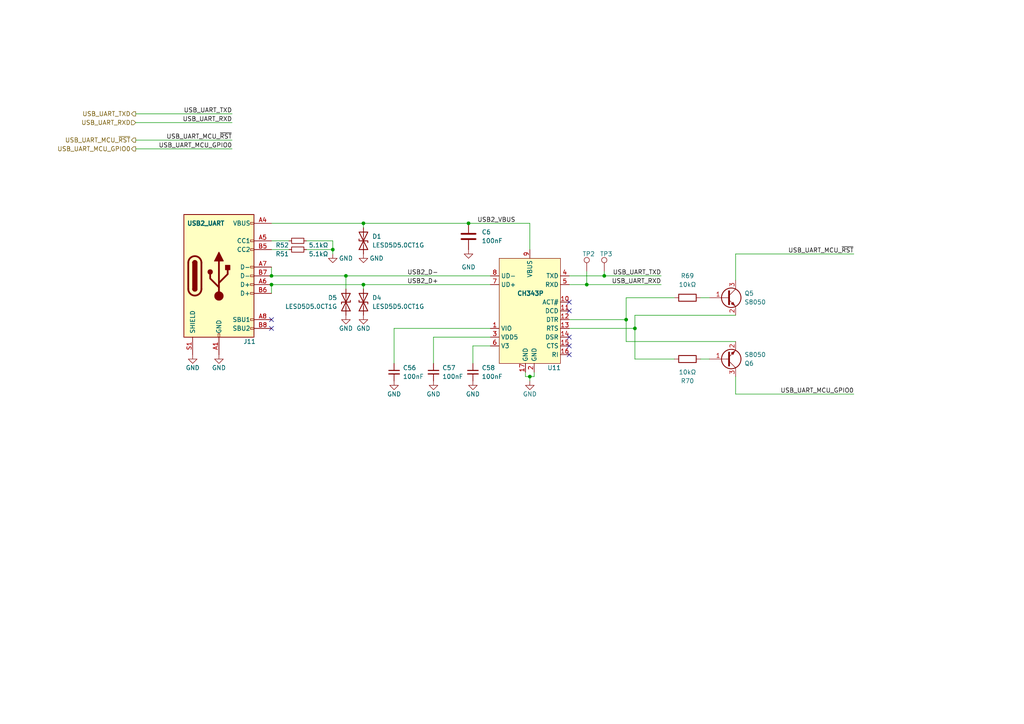
<source format=kicad_sch>
(kicad_sch (version 20230121) (generator eeschema)
  (paper "A4")
  (title_block (title "Hör Bär main") (rev "1.0") (company "Drachosaurus Designs"))
  (lib_symbols
    (symbol "Baer_Symbols:CH343P"
      (property "Reference" "U" (at 7.62 -13.97 0))
      (property "Value" "CH343P" (at 0 7.62 0))
      (symbol "CH343P_0_0"
        (pin power_in line (at -11.43 -2.54 0) (length 2.54) (name "VIO") (number "1"))
        (pin output line (at 11.43 5.08 180) (length 2.54) (name "ACT#") (number "10"))
        (pin input line (at 11.43 2.54 180) (length 2.54) (name "DCD") (number "11"))
        (pin output line (at 11.43 0 180) (length 2.54) (name "DTR") (number "12"))
        (pin output line (at 11.43 -2.54 180) (length 2.54) (name "RTS") (number "13"))
        (pin input line (at 11.43 -5.08 180) (length 2.54) (name "DSR") (number "14"))
        (pin input line (at 11.43 -7.62 180) (length 2.54) (name "CTS") (number "15"))
        (pin input line (at 11.43 -10.16 180) (length 2.54) (name "RI") (number "16"))
        (pin passive line (at -1.27 -15.24 90) (length 2.54) (name "GND") (number "17"))
        (pin passive line (at 1.27 -15.24 90) (length 2.54) (name "GND") (number "2"))
        (pin power_in line (at -11.43 -5.08 0) (length 2.54) (name "VDD5") (number "3"))
        (pin output line (at 11.43 12.7 180) (length 2.54) (name "TXD") (number "4"))
        (pin input line (at 11.43 10.16 180) (length 2.54) (name "RXD") (number "5"))
        (pin power_out line (at -11.43 -7.62 0) (length 2.54) (name "V3") (number "6"))
        (pin bidirectional line (at -11.43 10.16 0) (length 2.54) (name "UD+") (number "7"))
        (pin bidirectional line (at -11.43 12.7 0) (length 2.54) (name "UD-") (number "8"))
        (pin power_in line (at 0 20.32 270) (length 2.54) (name "VBUS") (number "9"))
      )
      (symbol "CH343P_1_1"
        (rectangle (start -8.89 17.78) (end 8.89 -12.7) (fill (type background)))
      )
    )
    (symbol "Baer_Symbols:S8050_SOT23" (pin_names (offset 0) hide)
      (property "Reference" "Q" (at 5.08 1.905 0))
      (property "Value" "S8050" (at 5.08 0 0))
      (symbol "S8050_SOT23_0_1"
        (polyline (pts (xy 0 0) (xy 0.635 0)))
        (polyline (pts (xy 0.635 0.635) (xy 2.54 2.54)))
        (polyline (pts (xy 0.635 -0.635) (xy 2.54 -2.54) (xy 2.54 -2.54)))
        (polyline (pts (xy 0.635 1.905) (xy 0.635 -1.905) (xy 0.635 -1.905)) (stroke (width 0.508)))
        (polyline (pts (xy 1.27 -1.778) (xy 1.778 -1.27) (xy 2.286 -2.286) (xy 1.27 -1.778) (xy 1.27 -1.778)) (fill (type outline)))
        (circle (center 1.27 0) (radius 2.8194) (stroke (width 0.254)))
      )
      (symbol "S8050_SOT23_1_1"
        (pin input line (at -5.08 0 0) (length 5.08) (name "B") (number "1"))
        (pin passive line (at 2.54 -5.08 90) (length 2.54) (name "E") (number "2"))
        (pin passive line (at 2.54 5.08 270) (length 2.54) (name "C") (number "3"))
      )
    )
    (symbol "Connector:TestPoint" (pin_numbers hide) (pin_names (offset 0.762) hide)
      (property "Reference" "TP" (at 0 6.858 0))
      (property "Value" "TestPoint" (at 0 5.08 0))
      (symbol "TestPoint_0_1"
        (circle (center 0 3.302) (radius 0.762))
      )
      (symbol "TestPoint_1_1"
        (pin passive line (at 0 0 90) (length 2.54) (name "1") (number "1"))
      )
    )
    (symbol "Connector:USB_C_Receptacle_USB2.0" (pin_names (offset 1.016))
      (property "Reference" "J" (at -10.16 19.05 0))
      (property "Value" "USB_C_Receptacle_USB2.0" (at 19.05 19.05 0))
      (symbol "USB_C_Receptacle_USB2.0_0_0"
        (rectangle (start -0.254 -17.78) (end 0.254 -16.764))
        (rectangle (start 10.16 -14.986) (end 9.144 -15.494))
        (rectangle (start 10.16 -12.446) (end 9.144 -12.954))
        (rectangle (start 10.16 -4.826) (end 9.144 -5.334))
        (rectangle (start 10.16 -2.286) (end 9.144 -2.794))
        (rectangle (start 10.16 0.254) (end 9.144 -0.254))
        (rectangle (start 10.16 2.794) (end 9.144 2.286))
        (rectangle (start 10.16 7.874) (end 9.144 7.366))
        (rectangle (start 10.16 10.414) (end 9.144 9.906))
        (rectangle (start 10.16 15.494) (end 9.144 14.986))
      )
      (symbol "USB_C_Receptacle_USB2.0_0_1"
        (rectangle (start -10.16 17.78) (end 10.16 -17.78) (stroke (width 0.254)) (fill (type background)))
        (arc (start -8.89 -3.81) (mid -6.985 -5.7067) (end -5.08 -3.81) (stroke (width 0.508)))
        (arc (start -7.62 -3.81) (mid -6.985 -4.4423) (end -6.35 -3.81) (stroke (width 0.254)))
        (arc (start -7.62 -3.81) (mid -6.985 -4.4423) (end -6.35 -3.81) (stroke (width 0.254)) (fill (type outline)))
        (rectangle (start -7.62 -3.81) (end -6.35 3.81) (stroke (width 0.254)) (fill (type outline)))
        (arc (start -6.35 3.81) (mid -6.985 4.4423) (end -7.62 3.81) (stroke (width 0.254)))
        (arc (start -6.35 3.81) (mid -6.985 4.4423) (end -7.62 3.81) (stroke (width 0.254)) (fill (type outline)))
        (arc (start -5.08 3.81) (mid -6.985 5.7067) (end -8.89 3.81) (stroke (width 0.508)))
        (circle (center -2.54 1.143) (radius 0.635) (stroke (width 0.254)) (fill (type outline)))
        (circle (center 0 -5.842) (radius 1.27) (fill (type outline)))
        (polyline (pts (xy -8.89 -3.81) (xy -8.89 3.81)) (stroke (width 0.508)))
        (polyline (pts (xy -5.08 3.81) (xy -5.08 -3.81)) (stroke (width 0.508)))
        (polyline (pts (xy 0 -5.842) (xy 0 4.318)) (stroke (width 0.508)))
        (polyline (pts (xy 0 -3.302) (xy -2.54 -0.762) (xy -2.54 0.508)) (stroke (width 0.508)))
        (polyline (pts (xy 0 -2.032) (xy 2.54 0.508) (xy 2.54 1.778)) (stroke (width 0.508)))
        (polyline (pts (xy -1.27 4.318) (xy 0 6.858) (xy 1.27 4.318) (xy -1.27 4.318)) (stroke (width 0.254)) (fill (type outline)))
        (rectangle (start 1.905 1.778) (end 3.175 3.048) (stroke (width 0.254)) (fill (type outline)))
      )
      (symbol "USB_C_Receptacle_USB2.0_1_1"
        (pin passive line (at 0 -22.86 90) (length 5.08) (name "GND") (number "A1"))
        (pin passive line (at 0 -22.86 90) (length 5.08) hide (name "GND") (number "A12"))
        (pin passive line (at 15.24 15.24 180) (length 5.08) (name "VBUS") (number "A4"))
        (pin bidirectional line (at 15.24 10.16 180) (length 5.08) (name "CC1") (number "A5"))
        (pin bidirectional line (at 15.24 -2.54 180) (length 5.08) (name "D+") (number "A6"))
        (pin bidirectional line (at 15.24 2.54 180) (length 5.08) (name "D-") (number "A7"))
        (pin bidirectional line (at 15.24 -12.7 180) (length 5.08) (name "SBU1") (number "A8"))
        (pin passive line (at 15.24 15.24 180) (length 5.08) hide (name "VBUS") (number "A9"))
        (pin passive line (at 0 -22.86 90) (length 5.08) hide (name "GND") (number "B1"))
        (pin passive line (at 0 -22.86 90) (length 5.08) hide (name "GND") (number "B12"))
        (pin passive line (at 15.24 15.24 180) (length 5.08) hide (name "VBUS") (number "B4"))
        (pin bidirectional line (at 15.24 7.62 180) (length 5.08) (name "CC2") (number "B5"))
        (pin bidirectional line (at 15.24 -5.08 180) (length 5.08) (name "D+") (number "B6"))
        (pin bidirectional line (at 15.24 0 180) (length 5.08) (name "D-") (number "B7"))
        (pin bidirectional line (at 15.24 -15.24 180) (length 5.08) (name "SBU2") (number "B8"))
        (pin passive line (at 15.24 15.24 180) (length 5.08) hide (name "VBUS") (number "B9"))
        (pin passive line (at -7.62 -22.86 90) (length 5.08) (name "SHIELD") (number "S1"))
      )
    )
    (symbol "Device:C" (pin_numbers hide) (pin_names (offset 0.254))
      (property "Reference" "C" (at 0.635 2.54 0))
      (property "Value" "C" (at 0.635 -2.54 0))
      (symbol "C_0_1"
        (polyline (pts (xy -2.032 -0.762) (xy 2.032 -0.762)) (stroke (width 0.508)))
        (polyline (pts (xy -2.032 0.762) (xy 2.032 0.762)) (stroke (width 0.508)))
      )
      (symbol "C_1_1"
        (pin passive line (at 0 3.81 270) (length 2.794) (name "~") (number "1"))
        (pin passive line (at 0 -3.81 90) (length 2.794) (name "~") (number "2"))
      )
    )
    (symbol "Device:C_Small" (pin_numbers hide) (pin_names (offset 0.254) hide)
      (property "Reference" "C" (at 0.254 1.778 0))
      (property "Value" "C_Small" (at 0.254 -2.032 0))
      (symbol "C_Small_0_1"
        (polyline (pts (xy -1.524 -0.508) (xy 1.524 -0.508)) (stroke (width 0.3302)))
        (polyline (pts (xy -1.524 0.508) (xy 1.524 0.508)) (stroke (width 0.3048)))
      )
      (symbol "C_Small_1_1"
        (pin passive line (at 0 2.54 270) (length 2.032) (name "~") (number "1"))
        (pin passive line (at 0 -2.54 90) (length 2.032) (name "~") (number "2"))
      )
    )
    (symbol "Device:D_TVS" (pin_numbers hide) (pin_names (offset 1.016) hide)
      (property "Reference" "D" (at 0 2.54 0))
      (property "Value" "D_TVS" (at 0 -2.54 0))
      (symbol "D_TVS_0_1"
        (polyline (pts (xy 1.27 0) (xy -1.27 0)))
        (polyline (pts (xy 0.508 1.27) (xy 0 1.27) (xy 0 -1.27) (xy -0.508 -1.27)) (stroke (width 0.254)))
        (polyline (pts (xy -2.54 1.27) (xy -2.54 -1.27) (xy 2.54 1.27) (xy 2.54 -1.27) (xy -2.54 1.27)) (stroke (width 0.254)))
      )
      (symbol "D_TVS_1_1"
        (pin passive line (at -3.81 0 0) (length 2.54) (name "A1") (number "1"))
        (pin passive line (at 3.81 0 180) (length 2.54) (name "A2") (number "2"))
      )
    )
    (symbol "Device:R" (pin_numbers hide) (pin_names (offset 0))
      (property "Reference" "R" (at 2.032 0 90))
      (property "Value" "R" (at 0 0 90))
      (symbol "R_0_1"
        (rectangle (start -1.016 -2.54) (end 1.016 2.54) (stroke (width 0.254)))
      )
      (symbol "R_1_1"
        (pin passive line (at 0 3.81 270) (length 1.27) (name "~") (number "1"))
        (pin passive line (at 0 -3.81 90) (length 1.27) (name "~") (number "2"))
      )
    )
    (symbol "Device:R_Small" (pin_numbers hide) (pin_names (offset 0.254) hide)
      (property "Reference" "R" (at 0.762 0.508 0))
      (property "Value" "R_Small" (at 0.762 -1.016 0))
      (symbol "R_Small_0_1"
        (rectangle (start -0.762 1.778) (end 0.762 -1.778) (stroke (width 0.2032)))
      )
      (symbol "R_Small_1_1"
        (pin passive line (at 0 2.54 270) (length 0.762) (name "~") (number "1"))
        (pin passive line (at 0 -2.54 90) (length 0.762) (name "~") (number "2"))
      )
    )
    (symbol "power:GND" (power) (pin_names (offset 0))
      (property "Value" "GND" (at 0 -3.81 0))
      (symbol "GND_0_1"
        (polyline (pts (xy 0 0) (xy 0 -1.27) (xy 1.27 -1.27) (xy 0 -2.54) (xy -1.27 -1.27) (xy 0 -1.27)))
      )
      (symbol "GND_1_1"
        (pin power_in line (at 0 0 270) (length 0) hide (name "GND") (number "1"))
      )
    )
  )
  (junction (at 105.41 64.77))
  (junction (at 184.15 95.25))
  (junction (at 78.74 82.55))
  (junction (at 100.33 80.01))
  (junction (at 135.89 64.77))
  (junction (at 170.18 82.55))
  (junction (at 175.26 80.01))
  (junction (at 96.52 72.39))
  (junction (at 153.67 109.22))
  (junction (at 105.41 82.55))
  (junction (at 78.74 80.01))
  (junction (at 181.61 92.71))
  (no_connect (at 165.1 90.17))
  (no_connect (at 165.1 100.33))
  (no_connect (at 165.1 102.87))
  (no_connect (at 78.74 92.71))
  (no_connect (at 165.1 97.79))
  (no_connect (at 78.74 95.25))
  (no_connect (at 165.1 87.63))
  (wire (pts (xy 78.74 82.55) (xy 105.41 82.55)))
  (wire (pts (xy 165.1 82.55) (xy 170.18 82.55)))
  (wire (pts (xy 154.94 109.22) (xy 154.94 107.95)))
  (wire (pts (xy 152.4 107.95) (xy 152.4 109.22)))
  (wire (pts (xy 78.74 85.09) (xy 78.74 82.55)))
  (wire (pts (xy 195.58 104.14) (xy 184.15 104.14)))
  (wire (pts (xy 39.37 40.64) (xy 67.31 40.64)))
  (wire (pts (xy 100.33 80.01) (xy 100.33 83.82)))
  (wire (pts (xy 165.1 92.71) (xy 181.61 92.71)))
  (wire (pts (xy 96.52 72.39) (xy 96.52 73.66)))
  (wire (pts (xy 135.89 64.77) (xy 153.67 64.77)))
  (wire (pts (xy 88.9 72.39) (xy 96.52 72.39)))
  (wire (pts (xy 153.67 64.77) (xy 153.67 72.39)))
  (wire (pts (xy 152.4 109.22) (xy 153.67 109.22)))
  (wire (pts (xy 165.1 95.25) (xy 184.15 95.25)))
  (wire (pts (xy 181.61 99.06) (xy 181.61 92.71)))
  (wire (pts (xy 96.52 69.85) (xy 96.52 72.39)))
  (wire (pts (xy 105.41 64.77) (xy 135.89 64.77)))
  (wire (pts (xy 83.82 72.39) (xy 78.74 72.39)))
  (wire (pts (xy 203.2 104.14) (xy 205.74 104.14)))
  (wire (pts (xy 213.36 73.66) (xy 247.65 73.66)))
  (wire (pts (xy 165.1 80.01) (xy 175.26 80.01)))
  (wire (pts (xy 181.61 92.71) (xy 181.61 86.36)))
  (wire (pts (xy 175.26 80.01) (xy 191.77 80.01)))
  (wire (pts (xy 137.16 100.33) (xy 137.16 105.41)))
  (wire (pts (xy 213.36 81.28) (xy 213.36 73.66)))
  (wire (pts (xy 142.24 97.79) (xy 125.73 97.79)))
  (wire (pts (xy 153.67 109.22) (xy 154.94 109.22)))
  (wire (pts (xy 105.41 66.04) (xy 105.41 64.77)))
  (wire (pts (xy 142.24 100.33) (xy 137.16 100.33)))
  (wire (pts (xy 170.18 82.55) (xy 191.77 82.55)))
  (wire (pts (xy 213.36 109.22) (xy 213.36 114.3)))
  (wire (pts (xy 100.33 80.01) (xy 142.24 80.01)))
  (wire (pts (xy 184.15 95.25) (xy 184.15 91.44)))
  (wire (pts (xy 78.74 77.47) (xy 78.74 80.01)))
  (wire (pts (xy 184.15 104.14) (xy 184.15 95.25)))
  (wire (pts (xy 114.3 95.25) (xy 114.3 105.41)))
  (wire (pts (xy 213.36 114.3) (xy 247.65 114.3)))
  (wire (pts (xy 78.74 64.77) (xy 105.41 64.77)))
  (wire (pts (xy 125.73 97.79) (xy 125.73 105.41)))
  (wire (pts (xy 78.74 80.01) (xy 100.33 80.01)))
  (wire (pts (xy 203.2 86.36) (xy 205.74 86.36)))
  (wire (pts (xy 88.9 69.85) (xy 96.52 69.85)))
  (wire (pts (xy 170.18 78.74) (xy 170.18 82.55)))
  (wire (pts (xy 39.37 43.18) (xy 67.31 43.18)))
  (wire (pts (xy 142.24 95.25) (xy 114.3 95.25)))
  (wire (pts (xy 78.74 69.85) (xy 83.82 69.85)))
  (wire (pts (xy 213.36 99.06) (xy 181.61 99.06)))
  (wire (pts (xy 105.41 82.55) (xy 105.41 83.82)))
  (wire (pts (xy 184.15 91.44) (xy 213.36 91.44)))
  (wire (pts (xy 181.61 86.36) (xy 195.58 86.36)))
  (wire (pts (xy 153.67 110.49) (xy 153.67 109.22)))
  (wire (pts (xy 175.26 78.74) (xy 175.26 80.01)))
  (wire (pts (xy 39.37 33.02) (xy 67.31 33.02)))
  (wire (pts (xy 105.41 82.55) (xy 142.24 82.55)))
  (wire (pts (xy 39.37 35.56) (xy 67.31 35.56)))
  (label "USB_UART_MCU_~{RST}" (at 67.31 40.64 180))
  (label "USB_UART_RXD" (at 191.77 82.55 180))
  (label "USB2_D-" (at 118.11 80.01 0))
  (label "USB_UART_MCU_~{RST}" (at 247.65 73.66 180))
  (label "USB_UART_TXD" (at 191.77 80.01 180))
  (label "USB_UART_MCU_GPIO0" (at 247.65 114.3 180))
  (label "USB2_D+" (at 118.11 82.55 0))
  (label "USB2_VBUS" (at 138.43 64.77 0))
  (label "USB_UART_MCU_GPIO0" (at 67.31 43.18 180))
  (label "USB_UART_TXD" (at 67.31 33.02 180))
  (label "USB_UART_RXD" (at 67.31 35.56 180))
  (hierarchical_label "USB_UART_MCU_GPIO0" (shape output) (at 39.37 43.18 180))
  (hierarchical_label "USB_UART_MCU_~{RST}" (shape output) (at 39.37 40.64 180))
  (hierarchical_label "USB_UART_TXD" (shape output) (at 39.37 33.02 180))
  (hierarchical_label "USB_UART_RXD" (shape input) (at 39.37 35.56 180))
  (symbol (lib_id "Device:D_TVS") (at 100.33 87.63 270) (mirror x) (unit 1)
    (property "Reference" "D5" (at 97.79 86.36 90) (effects (justify right)))
    (property "Value" "LESD5D5.0CT1G" (at 97.79 88.9 90) (effects (justify right)))
    (property "Footprint" "Diode_SMD:D_SOD-523" (effects hide))
    (property "JLCPCB" "C383211" (effects hide))
    (property "MPN" "LESD5D5.0CT1G" (effects hide))
  )
  (symbol (lib_id "Device:D_TVS") (at 105.41 69.85 90) (unit 1)
    (property "Reference" "D1" (at 107.95 68.58 90) (effects (justify right)))
    (property "Value" "LESD5D5.0CT1G" (at 107.95 71.12 90) (effects (justify right)))
    (property "Footprint" "Diode_SMD:D_SOD-523" (effects hide))
    (property "JLCPCB" "C383211" (effects hide))
    (property "MPN" "LESD5D5.0CT1G" (effects hide))
    (instances (project "Hoerbaer" (path "" (reference "D1") (unit 1)) (path "" (reference "D6") (unit 1))))
  )
  (symbol (lib_id "Device:R") (at 199.39 104.14 90) (mirror x) (unit 1)
    (property "Reference" "R70" (at 199.39 110.49 90))
    (property "Value" "10kΩ" (at 199.39 107.95 90))
    (property "Footprint" "Resistor_SMD:R_0402_1005Metric" (effects hide))
  )
  (symbol (lib_id "power:GND") (at 137.16 110.49 0) (unit 1)
    (property "Reference" "#PWR0108" (effects hide))
    (property "Value" "GND" (at 137.16 114.3 0))
    (instances (project "Hoerbaer" (path "" (reference "#PWR0108") (unit 1)) (path "" (reference "#PWR0147") (unit 1))))
  )
  (symbol (lib_id "Device:C") (at 135.89 68.58 0) (unit 1)
    (property "Reference" "C6" (at 139.7 67.31 0) (effects (justify left)))
    (property "Value" "100nF" (at 139.7 69.85 0) (effects (justify left)))
    (property "Footprint" "Capacitor_SMD:C_0402_1005Metric" (effects hide))
    (instances (project "Hoerbaer" (path "" (reference "C6") (unit 1)) (path "" (reference "C63") (unit 1))))
  )
  (symbol (lib_id "power:GND") (at 100.33 91.44 0) (unit 1)
    (property "Reference" "#PWR0107" (effects hide))
    (property "Value" "GND" (at 100.33 95.25 0))
    (instances (project "Hoerbaer" (path "" (reference "#PWR0107") (unit 1)) (path "" (reference "#PWR0142") (unit 1))))
  )
  (symbol (lib_id "Connector:TestPoint") (at 175.26 78.74 0) (unit 1)
    (property "Reference" "TP3" (at 173.99 73.66 0) (effects (justify left)))
    (property "Value" "TestPoint" (effects hide))
    (property "Footprint" "TestPoint:TestPoint_Pad_D1.5mm" (effects hide))
  )
  (symbol (lib_id "power:GND") (at 114.3 110.49 0) (unit 1)
    (property "Reference" "#PWR0108" (effects hide))
    (property "Value" "GND" (at 114.3 114.3 0))
    (instances (project "Hoerbaer" (path "" (reference "#PWR0108") (unit 1)) (path "" (reference "#PWR0145") (unit 1))))
  )
  (symbol (lib_id "power:GND") (at 153.67 110.49 0) (mirror y) (unit 1)
    (property "Reference" "#PWR0108" (effects hide))
    (property "Value" "GND" (at 153.67 114.3 0))
    (instances (project "Hoerbaer" (path "" (reference "#PWR0108") (unit 1)) (path "" (reference "#PWR0148") (unit 1))))
  )
  (symbol (lib_id "Baer_Symbols:S8050_SOT23") (at 210.82 86.36 0) (unit 1)
    (property "Reference" "Q5" (at 215.9 85.09 0) (effects (justify left)))
    (property "Value" "S8050" (at 215.9 87.63 0) (effects (justify left)))
    (property "Footprint" "Package_TO_SOT_SMD:SOT-23" (effects hide))
    (property "Datasheet" "https://datasheet.lcsc.com/lcsc/2205060945_Guangdong-Hottech-S8050_C181158.pdf" (effects hide))
    (property "JLCPCB" "C2150" (effects hide))
    (property "MPN" "SS8050" (effects hide))
  )
  (symbol (lib_id "Device:C_Small") (at 137.16 107.95 0) (unit 1)
    (property "Reference" "C58" (at 139.7 106.6863 0) (effects (justify left)))
    (property "Value" "100nF" (at 139.7 109.2263 0) (effects (justify left)))
    (property "Footprint" "Capacitor_SMD:C_0402_1005Metric" (effects hide))
  )
  (symbol (lib_id "power:GND") (at 96.52 73.66 0) (mirror y) (unit 1)
    (property "Reference" "#PWR0102" (effects hide))
    (property "Value" "GND" (at 100.33 74.93 0))
    (instances (project "Hoerbaer" (path "" (reference "#PWR0102") (unit 1)) (path "" (reference "#PWR0141") (unit 1))))
  )
  (symbol (lib_id "Device:R_Small") (at 86.36 72.39 90) (mirror x) (unit 1)
    (property "Reference" "R51" (at 83.82 73.66 90) (effects (justify left)))
    (property "Value" "5.1kΩ" (at 95.25 73.66 90) (effects (justify left)))
    (property "Footprint" "Resistor_SMD:R_0402_1005Metric" (effects hide))
    (instances (project "Hoerbaer" (path "" (reference "R51") (unit 1)) (path "" (reference "R68") (unit 1))))
  )
  (symbol (lib_id "Connector:TestPoint") (at 170.18 78.74 0) (unit 1)
    (property "Reference" "TP2" (at 168.91 73.66 0) (effects (justify left)))
    (property "Value" "TestPoint" (effects hide))
    (property "Footprint" "TestPoint:TestPoint_Pad_D1.5mm" (effects hide))
  )
  (symbol (lib_id "power:GND") (at 135.89 72.39 0) (unit 1)
    (property "Reference" "#PWR059" (effects hide))
    (property "Value" "GND" (at 135.89 77.47 0))
    (instances (project "Hoerbaer" (path "" (reference "#PWR059") (unit 1)) (path "" (reference "#PWR0177") (unit 1))))
  )
  (symbol (lib_id "Connector:USB_C_Receptacle_USB2.0") (at 63.5 80.01 0) (unit 1)
    (property "Reference" "J11" (at 72.39 99.06 0))
    (property "Value" "USB2_UART" (at 59.69 64.77 0) (effects (font bold)))
    (property "Footprint" "Connector_USB:USB_C_Receptacle_HRO_TYPE-C-31-M-12" (effects hide))
    (property "Datasheet" "https://www.usb.org/sites/default/files/documents/usb_type-c.zip" (effects hide))
    (property "JLCPCB" "C2765186" (effects hide))
    (property "MPN" "TYPE-C 16PIN 2MD(073) Copy" (effects hide))
    (instances (project "Hoerbaer" (path "" (reference "J11") (unit 1)) (path "" (reference "J16") (unit 1))))
  )
  (symbol (lib_id "Baer_Symbols:S8050_SOT23") (at 210.82 104.14 0) (mirror x) (unit 1)
    (property "Reference" "Q6" (at 215.9 105.41 0) (effects (justify left)))
    (property "Value" "S8050" (at 215.9 102.87 0) (effects (justify left)))
    (property "Footprint" "Package_TO_SOT_SMD:SOT-23" (effects hide))
    (property "Datasheet" "https://datasheet.lcsc.com/lcsc/2205060945_Guangdong-Hottech-S8050_C181158.pdf" (effects hide))
    (property "JLCPCB" "C2150" (effects hide))
    (property "MPN" "SS8050" (effects hide))
  )
  (symbol (lib_id "power:GND") (at 125.73 110.49 0) (unit 1)
    (property "Reference" "#PWR0108" (effects hide))
    (property "Value" "GND" (at 125.73 114.3 0))
    (instances (project "Hoerbaer" (path "" (reference "#PWR0108") (unit 1)) (path "" (reference "#PWR0146") (unit 1))))
  )
  (symbol (lib_id "Device:R_Small") (at 86.36 69.85 90) (mirror x) (unit 1)
    (property "Reference" "R52" (at 83.82 71.12 90) (effects (justify left)))
    (property "Value" "5.1kΩ" (at 95.25 71.12 90) (effects (justify left)))
    (property "Footprint" "Resistor_SMD:R_0402_1005Metric" (effects hide))
    (instances (project "Hoerbaer" (path "" (reference "R52") (unit 1)) (path "" (reference "R67") (unit 1))))
  )
  (symbol (lib_id "power:GND") (at 55.88 102.87 0) (unit 1)
    (property "Reference" "#PWR0105" (effects hide))
    (property "Value" "GND" (at 55.88 106.68 0))
    (instances (project "Hoerbaer" (path "" (reference "#PWR0105") (unit 1)) (path "" (reference "#PWR0139") (unit 1))))
  )
  (symbol (lib_id "Device:C_Small") (at 114.3 107.95 0) (unit 1)
    (property "Reference" "C56" (at 116.84 106.6863 0) (effects (justify left)))
    (property "Value" "100nF" (at 116.84 109.2263 0) (effects (justify left)))
    (property "Footprint" "Capacitor_SMD:C_0402_1005Metric" (effects hide))
  )
  (symbol (lib_id "power:GND") (at 105.41 73.66 0) (mirror y) (unit 1)
    (property "Reference" "#PWR0106" (effects hide))
    (property "Value" "GND" (at 109.22 74.93 0))
    (instances (project "Hoerbaer" (path "" (reference "#PWR0106") (unit 1)) (path "" (reference "#PWR0143") (unit 1))))
  )
  (symbol (lib_id "power:GND") (at 63.5 102.87 0) (unit 1)
    (property "Reference" "#PWR0104" (effects hide))
    (property "Value" "GND" (at 63.5 106.68 0))
    (instances (project "Hoerbaer" (path "" (reference "#PWR0104") (unit 1)) (path "" (reference "#PWR0140") (unit 1))))
  )
  (symbol (lib_id "Device:C_Small") (at 125.73 107.95 0) (unit 1)
    (property "Reference" "C57" (at 128.27 106.6863 0) (effects (justify left)))
    (property "Value" "100nF" (at 128.27 109.2263 0) (effects (justify left)))
    (property "Footprint" "Capacitor_SMD:C_0402_1005Metric" (effects hide))
  )
  (symbol (lib_id "Device:R") (at 199.39 86.36 90) (unit 1)
    (property "Reference" "R69" (at 199.39 80.01 90))
    (property "Value" "10kΩ" (at 199.39 82.55 90))
    (property "Footprint" "Resistor_SMD:R_0402_1005Metric" (effects hide))
  )
  (symbol (lib_id "Baer_Symbols:CH343P") (at 153.67 92.71 0) (unit 1)
    (property "Reference" "U11" (at 158.75 106.68 0) (effects (justify left)))
    (property "Value" "CH343P" (at 149.86 85.09 0) (effects (font bold) (justify left)))
    (property "Footprint" "Package_DFN_QFN:QFN-16-1EP_3x3mm_P0.5mm_EP1.45x1.45mm_ThermalVias" (effects hide))
    (property "Datasheet" "https://www.wch-ic.com/downloads/file/296.html" (effects hide))
    (property "MPN" "CH343P" (effects hide))
    (property "JLCPCB" "C2846043" (effects hide))
  )
  (symbol (lib_id "power:GND") (at 105.41 91.44 0) (mirror y) (unit 1)
    (property "Reference" "#PWR0108" (effects hide))
    (property "Value" "GND" (at 105.41 95.25 0))
    (instances (project "Hoerbaer" (path "" (reference "#PWR0108") (unit 1)) (path "" (reference "#PWR0144") (unit 1))))
  )
  (symbol (lib_id "Device:D_TVS") (at 105.41 87.63 90) (unit 1)
    (property "Reference" "D4" (at 107.95 86.36 90) (effects (justify right)))
    (property "Value" "LESD5D5.0CT1G" (at 107.95 88.9 90) (effects (justify right)))
    (property "Footprint" "Diode_SMD:D_SOD-523" (effects hide))
    (property "JLCPCB" "C383211" (effects hide))
    (property "MPN" "LESD5D5.0CT1G" (effects hide))
    (instances (project "Hoerbaer" (path "" (reference "D4") (unit 1)) (path "" (reference "D7") (unit 1))))
  )
)
</source>
